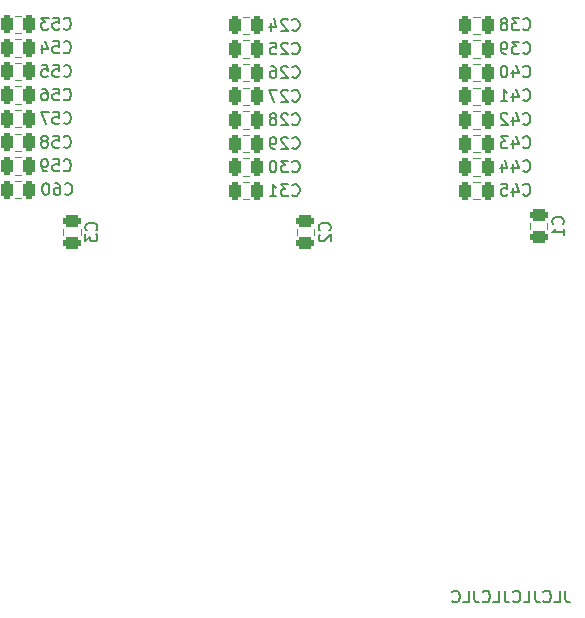
<source format=gbo>
G04 #@! TF.GenerationSoftware,KiCad,Pcbnew,(6.0.7-1)-1*
G04 #@! TF.CreationDate,2023-01-06T15:11:33+01:00*
G04 #@! TF.ProjectId,ESC-power-epc,4553432d-706f-4776-9572-2d6570632e6b,rev?*
G04 #@! TF.SameCoordinates,Original*
G04 #@! TF.FileFunction,Legend,Bot*
G04 #@! TF.FilePolarity,Positive*
%FSLAX46Y46*%
G04 Gerber Fmt 4.6, Leading zero omitted, Abs format (unit mm)*
G04 Created by KiCad (PCBNEW (6.0.7-1)-1) date 2023-01-06 15:11:33*
%MOMM*%
%LPD*%
G01*
G04 APERTURE LIST*
G04 Aperture macros list*
%AMRoundRect*
0 Rectangle with rounded corners*
0 $1 Rounding radius*
0 $2 $3 $4 $5 $6 $7 $8 $9 X,Y pos of 4 corners*
0 Add a 4 corners polygon primitive as box body*
4,1,4,$2,$3,$4,$5,$6,$7,$8,$9,$2,$3,0*
0 Add four circle primitives for the rounded corners*
1,1,$1+$1,$2,$3*
1,1,$1+$1,$4,$5*
1,1,$1+$1,$6,$7*
1,1,$1+$1,$8,$9*
0 Add four rect primitives between the rounded corners*
20,1,$1+$1,$2,$3,$4,$5,0*
20,1,$1+$1,$4,$5,$6,$7,0*
20,1,$1+$1,$6,$7,$8,$9,0*
20,1,$1+$1,$8,$9,$2,$3,0*%
G04 Aperture macros list end*
%ADD10C,0.150000*%
%ADD11C,0.120000*%
%ADD12R,2.400000X2.400000*%
%ADD13C,2.400000*%
%ADD14C,1.500000*%
%ADD15RoundRect,0.249999X-1.300001X-1.300001X1.300001X-1.300001X1.300001X1.300001X-1.300001X1.300001X0*%
%ADD16C,3.200000*%
%ADD17R,1.700000X1.700000*%
%ADD18O,1.700000X1.700000*%
%ADD19RoundRect,0.249999X1.300001X1.300001X-1.300001X1.300001X-1.300001X-1.300001X1.300001X-1.300001X0*%
%ADD20RoundRect,0.250000X0.250000X0.475000X-0.250000X0.475000X-0.250000X-0.475000X0.250000X-0.475000X0*%
%ADD21RoundRect,0.250000X0.475000X-0.250000X0.475000X0.250000X-0.475000X0.250000X-0.475000X-0.250000X0*%
G04 APERTURE END LIST*
D10*
X117019047Y-109852380D02*
X117019047Y-110566666D01*
X117066666Y-110709523D01*
X117161904Y-110804761D01*
X117304761Y-110852380D01*
X117400000Y-110852380D01*
X116066666Y-110852380D02*
X116542857Y-110852380D01*
X116542857Y-109852380D01*
X115161904Y-110757142D02*
X115209523Y-110804761D01*
X115352380Y-110852380D01*
X115447619Y-110852380D01*
X115590476Y-110804761D01*
X115685714Y-110709523D01*
X115733333Y-110614285D01*
X115780952Y-110423809D01*
X115780952Y-110280952D01*
X115733333Y-110090476D01*
X115685714Y-109995238D01*
X115590476Y-109900000D01*
X115447619Y-109852380D01*
X115352380Y-109852380D01*
X115209523Y-109900000D01*
X115161904Y-109947619D01*
X114447619Y-109852380D02*
X114447619Y-110566666D01*
X114495238Y-110709523D01*
X114590476Y-110804761D01*
X114733333Y-110852380D01*
X114828571Y-110852380D01*
X113495238Y-110852380D02*
X113971428Y-110852380D01*
X113971428Y-109852380D01*
X112590476Y-110757142D02*
X112638095Y-110804761D01*
X112780952Y-110852380D01*
X112876190Y-110852380D01*
X113019047Y-110804761D01*
X113114285Y-110709523D01*
X113161904Y-110614285D01*
X113209523Y-110423809D01*
X113209523Y-110280952D01*
X113161904Y-110090476D01*
X113114285Y-109995238D01*
X113019047Y-109900000D01*
X112876190Y-109852380D01*
X112780952Y-109852380D01*
X112638095Y-109900000D01*
X112590476Y-109947619D01*
X111876190Y-109852380D02*
X111876190Y-110566666D01*
X111923809Y-110709523D01*
X112019047Y-110804761D01*
X112161904Y-110852380D01*
X112257142Y-110852380D01*
X110923809Y-110852380D02*
X111400000Y-110852380D01*
X111400000Y-109852380D01*
X110019047Y-110757142D02*
X110066666Y-110804761D01*
X110209523Y-110852380D01*
X110304761Y-110852380D01*
X110447619Y-110804761D01*
X110542857Y-110709523D01*
X110590476Y-110614285D01*
X110638095Y-110423809D01*
X110638095Y-110280952D01*
X110590476Y-110090476D01*
X110542857Y-109995238D01*
X110447619Y-109900000D01*
X110304761Y-109852380D01*
X110209523Y-109852380D01*
X110066666Y-109900000D01*
X110019047Y-109947619D01*
X109304761Y-109852380D02*
X109304761Y-110566666D01*
X109352380Y-110709523D01*
X109447619Y-110804761D01*
X109590476Y-110852380D01*
X109685714Y-110852380D01*
X108352380Y-110852380D02*
X108828571Y-110852380D01*
X108828571Y-109852380D01*
X107447619Y-110757142D02*
X107495238Y-110804761D01*
X107638095Y-110852380D01*
X107733333Y-110852380D01*
X107876190Y-110804761D01*
X107971428Y-110709523D01*
X108019047Y-110614285D01*
X108066666Y-110423809D01*
X108066666Y-110280952D01*
X108019047Y-110090476D01*
X107971428Y-109995238D01*
X107876190Y-109900000D01*
X107733333Y-109852380D01*
X107638095Y-109852380D01*
X107495238Y-109900000D01*
X107447619Y-109947619D01*
X93892857Y-64357142D02*
X93940476Y-64404761D01*
X94083333Y-64452380D01*
X94178571Y-64452380D01*
X94321428Y-64404761D01*
X94416666Y-64309523D01*
X94464285Y-64214285D01*
X94511904Y-64023809D01*
X94511904Y-63880952D01*
X94464285Y-63690476D01*
X94416666Y-63595238D01*
X94321428Y-63500000D01*
X94178571Y-63452380D01*
X94083333Y-63452380D01*
X93940476Y-63500000D01*
X93892857Y-63547619D01*
X93511904Y-63547619D02*
X93464285Y-63500000D01*
X93369047Y-63452380D01*
X93130952Y-63452380D01*
X93035714Y-63500000D01*
X92988095Y-63547619D01*
X92940476Y-63642857D01*
X92940476Y-63738095D01*
X92988095Y-63880952D01*
X93559523Y-64452380D01*
X92940476Y-64452380D01*
X92035714Y-63452380D02*
X92511904Y-63452380D01*
X92559523Y-63928571D01*
X92511904Y-63880952D01*
X92416666Y-63833333D01*
X92178571Y-63833333D01*
X92083333Y-63880952D01*
X92035714Y-63928571D01*
X91988095Y-64023809D01*
X91988095Y-64261904D01*
X92035714Y-64357142D01*
X92083333Y-64404761D01*
X92178571Y-64452380D01*
X92416666Y-64452380D01*
X92511904Y-64404761D01*
X92559523Y-64357142D01*
X113442857Y-76307142D02*
X113490476Y-76354761D01*
X113633333Y-76402380D01*
X113728571Y-76402380D01*
X113871428Y-76354761D01*
X113966666Y-76259523D01*
X114014285Y-76164285D01*
X114061904Y-75973809D01*
X114061904Y-75830952D01*
X114014285Y-75640476D01*
X113966666Y-75545238D01*
X113871428Y-75450000D01*
X113728571Y-75402380D01*
X113633333Y-75402380D01*
X113490476Y-75450000D01*
X113442857Y-75497619D01*
X112585714Y-75735714D02*
X112585714Y-76402380D01*
X112823809Y-75354761D02*
X113061904Y-76069047D01*
X112442857Y-76069047D01*
X111585714Y-75402380D02*
X112061904Y-75402380D01*
X112109523Y-75878571D01*
X112061904Y-75830952D01*
X111966666Y-75783333D01*
X111728571Y-75783333D01*
X111633333Y-75830952D01*
X111585714Y-75878571D01*
X111538095Y-75973809D01*
X111538095Y-76211904D01*
X111585714Y-76307142D01*
X111633333Y-76354761D01*
X111728571Y-76402380D01*
X111966666Y-76402380D01*
X112061904Y-76354761D01*
X112109523Y-76307142D01*
X113442857Y-62307142D02*
X113490476Y-62354761D01*
X113633333Y-62402380D01*
X113728571Y-62402380D01*
X113871428Y-62354761D01*
X113966666Y-62259523D01*
X114014285Y-62164285D01*
X114061904Y-61973809D01*
X114061904Y-61830952D01*
X114014285Y-61640476D01*
X113966666Y-61545238D01*
X113871428Y-61450000D01*
X113728571Y-61402380D01*
X113633333Y-61402380D01*
X113490476Y-61450000D01*
X113442857Y-61497619D01*
X113109523Y-61402380D02*
X112490476Y-61402380D01*
X112823809Y-61783333D01*
X112680952Y-61783333D01*
X112585714Y-61830952D01*
X112538095Y-61878571D01*
X112490476Y-61973809D01*
X112490476Y-62211904D01*
X112538095Y-62307142D01*
X112585714Y-62354761D01*
X112680952Y-62402380D01*
X112966666Y-62402380D01*
X113061904Y-62354761D01*
X113109523Y-62307142D01*
X111919047Y-61830952D02*
X112014285Y-61783333D01*
X112061904Y-61735714D01*
X112109523Y-61640476D01*
X112109523Y-61592857D01*
X112061904Y-61497619D01*
X112014285Y-61450000D01*
X111919047Y-61402380D01*
X111728571Y-61402380D01*
X111633333Y-61450000D01*
X111585714Y-61497619D01*
X111538095Y-61592857D01*
X111538095Y-61640476D01*
X111585714Y-61735714D01*
X111633333Y-61783333D01*
X111728571Y-61830952D01*
X111919047Y-61830952D01*
X112014285Y-61878571D01*
X112061904Y-61926190D01*
X112109523Y-62021428D01*
X112109523Y-62211904D01*
X112061904Y-62307142D01*
X112014285Y-62354761D01*
X111919047Y-62402380D01*
X111728571Y-62402380D01*
X111633333Y-62354761D01*
X111585714Y-62307142D01*
X111538095Y-62211904D01*
X111538095Y-62021428D01*
X111585714Y-61926190D01*
X111633333Y-61878571D01*
X111728571Y-61830952D01*
X113442857Y-74307142D02*
X113490476Y-74354761D01*
X113633333Y-74402380D01*
X113728571Y-74402380D01*
X113871428Y-74354761D01*
X113966666Y-74259523D01*
X114014285Y-74164285D01*
X114061904Y-73973809D01*
X114061904Y-73830952D01*
X114014285Y-73640476D01*
X113966666Y-73545238D01*
X113871428Y-73450000D01*
X113728571Y-73402380D01*
X113633333Y-73402380D01*
X113490476Y-73450000D01*
X113442857Y-73497619D01*
X112585714Y-73735714D02*
X112585714Y-74402380D01*
X112823809Y-73354761D02*
X113061904Y-74069047D01*
X112442857Y-74069047D01*
X111633333Y-73735714D02*
X111633333Y-74402380D01*
X111871428Y-73354761D02*
X112109523Y-74069047D01*
X111490476Y-74069047D01*
X74542857Y-66257142D02*
X74590476Y-66304761D01*
X74733333Y-66352380D01*
X74828571Y-66352380D01*
X74971428Y-66304761D01*
X75066666Y-66209523D01*
X75114285Y-66114285D01*
X75161904Y-65923809D01*
X75161904Y-65780952D01*
X75114285Y-65590476D01*
X75066666Y-65495238D01*
X74971428Y-65400000D01*
X74828571Y-65352380D01*
X74733333Y-65352380D01*
X74590476Y-65400000D01*
X74542857Y-65447619D01*
X73638095Y-65352380D02*
X74114285Y-65352380D01*
X74161904Y-65828571D01*
X74114285Y-65780952D01*
X74019047Y-65733333D01*
X73780952Y-65733333D01*
X73685714Y-65780952D01*
X73638095Y-65828571D01*
X73590476Y-65923809D01*
X73590476Y-66161904D01*
X73638095Y-66257142D01*
X73685714Y-66304761D01*
X73780952Y-66352380D01*
X74019047Y-66352380D01*
X74114285Y-66304761D01*
X74161904Y-66257142D01*
X72685714Y-65352380D02*
X73161904Y-65352380D01*
X73209523Y-65828571D01*
X73161904Y-65780952D01*
X73066666Y-65733333D01*
X72828571Y-65733333D01*
X72733333Y-65780952D01*
X72685714Y-65828571D01*
X72638095Y-65923809D01*
X72638095Y-66161904D01*
X72685714Y-66257142D01*
X72733333Y-66304761D01*
X72828571Y-66352380D01*
X73066666Y-66352380D01*
X73161904Y-66304761D01*
X73209523Y-66257142D01*
X77287142Y-79333333D02*
X77334761Y-79285714D01*
X77382380Y-79142857D01*
X77382380Y-79047619D01*
X77334761Y-78904761D01*
X77239523Y-78809523D01*
X77144285Y-78761904D01*
X76953809Y-78714285D01*
X76810952Y-78714285D01*
X76620476Y-78761904D01*
X76525238Y-78809523D01*
X76430000Y-78904761D01*
X76382380Y-79047619D01*
X76382380Y-79142857D01*
X76430000Y-79285714D01*
X76477619Y-79333333D01*
X76382380Y-79666666D02*
X76382380Y-80285714D01*
X76763333Y-79952380D01*
X76763333Y-80095238D01*
X76810952Y-80190476D01*
X76858571Y-80238095D01*
X76953809Y-80285714D01*
X77191904Y-80285714D01*
X77287142Y-80238095D01*
X77334761Y-80190476D01*
X77382380Y-80095238D01*
X77382380Y-79809523D01*
X77334761Y-79714285D01*
X77287142Y-79666666D01*
X74542857Y-64257142D02*
X74590476Y-64304761D01*
X74733333Y-64352380D01*
X74828571Y-64352380D01*
X74971428Y-64304761D01*
X75066666Y-64209523D01*
X75114285Y-64114285D01*
X75161904Y-63923809D01*
X75161904Y-63780952D01*
X75114285Y-63590476D01*
X75066666Y-63495238D01*
X74971428Y-63400000D01*
X74828571Y-63352380D01*
X74733333Y-63352380D01*
X74590476Y-63400000D01*
X74542857Y-63447619D01*
X73638095Y-63352380D02*
X74114285Y-63352380D01*
X74161904Y-63828571D01*
X74114285Y-63780952D01*
X74019047Y-63733333D01*
X73780952Y-63733333D01*
X73685714Y-63780952D01*
X73638095Y-63828571D01*
X73590476Y-63923809D01*
X73590476Y-64161904D01*
X73638095Y-64257142D01*
X73685714Y-64304761D01*
X73780952Y-64352380D01*
X74019047Y-64352380D01*
X74114285Y-64304761D01*
X74161904Y-64257142D01*
X72733333Y-63685714D02*
X72733333Y-64352380D01*
X72971428Y-63304761D02*
X73209523Y-64019047D01*
X72590476Y-64019047D01*
X74542857Y-68257142D02*
X74590476Y-68304761D01*
X74733333Y-68352380D01*
X74828571Y-68352380D01*
X74971428Y-68304761D01*
X75066666Y-68209523D01*
X75114285Y-68114285D01*
X75161904Y-67923809D01*
X75161904Y-67780952D01*
X75114285Y-67590476D01*
X75066666Y-67495238D01*
X74971428Y-67400000D01*
X74828571Y-67352380D01*
X74733333Y-67352380D01*
X74590476Y-67400000D01*
X74542857Y-67447619D01*
X73638095Y-67352380D02*
X74114285Y-67352380D01*
X74161904Y-67828571D01*
X74114285Y-67780952D01*
X74019047Y-67733333D01*
X73780952Y-67733333D01*
X73685714Y-67780952D01*
X73638095Y-67828571D01*
X73590476Y-67923809D01*
X73590476Y-68161904D01*
X73638095Y-68257142D01*
X73685714Y-68304761D01*
X73780952Y-68352380D01*
X74019047Y-68352380D01*
X74114285Y-68304761D01*
X74161904Y-68257142D01*
X72733333Y-67352380D02*
X72923809Y-67352380D01*
X73019047Y-67400000D01*
X73066666Y-67447619D01*
X73161904Y-67590476D01*
X73209523Y-67780952D01*
X73209523Y-68161904D01*
X73161904Y-68257142D01*
X73114285Y-68304761D01*
X73019047Y-68352380D01*
X72828571Y-68352380D01*
X72733333Y-68304761D01*
X72685714Y-68257142D01*
X72638095Y-68161904D01*
X72638095Y-67923809D01*
X72685714Y-67828571D01*
X72733333Y-67780952D01*
X72828571Y-67733333D01*
X73019047Y-67733333D01*
X73114285Y-67780952D01*
X73161904Y-67828571D01*
X73209523Y-67923809D01*
X93892857Y-76357142D02*
X93940476Y-76404761D01*
X94083333Y-76452380D01*
X94178571Y-76452380D01*
X94321428Y-76404761D01*
X94416666Y-76309523D01*
X94464285Y-76214285D01*
X94511904Y-76023809D01*
X94511904Y-75880952D01*
X94464285Y-75690476D01*
X94416666Y-75595238D01*
X94321428Y-75500000D01*
X94178571Y-75452380D01*
X94083333Y-75452380D01*
X93940476Y-75500000D01*
X93892857Y-75547619D01*
X93559523Y-75452380D02*
X92940476Y-75452380D01*
X93273809Y-75833333D01*
X93130952Y-75833333D01*
X93035714Y-75880952D01*
X92988095Y-75928571D01*
X92940476Y-76023809D01*
X92940476Y-76261904D01*
X92988095Y-76357142D01*
X93035714Y-76404761D01*
X93130952Y-76452380D01*
X93416666Y-76452380D01*
X93511904Y-76404761D01*
X93559523Y-76357142D01*
X91988095Y-76452380D02*
X92559523Y-76452380D01*
X92273809Y-76452380D02*
X92273809Y-75452380D01*
X92369047Y-75595238D01*
X92464285Y-75690476D01*
X92559523Y-75738095D01*
X74542857Y-72257142D02*
X74590476Y-72304761D01*
X74733333Y-72352380D01*
X74828571Y-72352380D01*
X74971428Y-72304761D01*
X75066666Y-72209523D01*
X75114285Y-72114285D01*
X75161904Y-71923809D01*
X75161904Y-71780952D01*
X75114285Y-71590476D01*
X75066666Y-71495238D01*
X74971428Y-71400000D01*
X74828571Y-71352380D01*
X74733333Y-71352380D01*
X74590476Y-71400000D01*
X74542857Y-71447619D01*
X73638095Y-71352380D02*
X74114285Y-71352380D01*
X74161904Y-71828571D01*
X74114285Y-71780952D01*
X74019047Y-71733333D01*
X73780952Y-71733333D01*
X73685714Y-71780952D01*
X73638095Y-71828571D01*
X73590476Y-71923809D01*
X73590476Y-72161904D01*
X73638095Y-72257142D01*
X73685714Y-72304761D01*
X73780952Y-72352380D01*
X74019047Y-72352380D01*
X74114285Y-72304761D01*
X74161904Y-72257142D01*
X73019047Y-71780952D02*
X73114285Y-71733333D01*
X73161904Y-71685714D01*
X73209523Y-71590476D01*
X73209523Y-71542857D01*
X73161904Y-71447619D01*
X73114285Y-71400000D01*
X73019047Y-71352380D01*
X72828571Y-71352380D01*
X72733333Y-71400000D01*
X72685714Y-71447619D01*
X72638095Y-71542857D01*
X72638095Y-71590476D01*
X72685714Y-71685714D01*
X72733333Y-71733333D01*
X72828571Y-71780952D01*
X73019047Y-71780952D01*
X73114285Y-71828571D01*
X73161904Y-71876190D01*
X73209523Y-71971428D01*
X73209523Y-72161904D01*
X73161904Y-72257142D01*
X73114285Y-72304761D01*
X73019047Y-72352380D01*
X72828571Y-72352380D01*
X72733333Y-72304761D01*
X72685714Y-72257142D01*
X72638095Y-72161904D01*
X72638095Y-71971428D01*
X72685714Y-71876190D01*
X72733333Y-71828571D01*
X72828571Y-71780952D01*
X74542857Y-74257142D02*
X74590476Y-74304761D01*
X74733333Y-74352380D01*
X74828571Y-74352380D01*
X74971428Y-74304761D01*
X75066666Y-74209523D01*
X75114285Y-74114285D01*
X75161904Y-73923809D01*
X75161904Y-73780952D01*
X75114285Y-73590476D01*
X75066666Y-73495238D01*
X74971428Y-73400000D01*
X74828571Y-73352380D01*
X74733333Y-73352380D01*
X74590476Y-73400000D01*
X74542857Y-73447619D01*
X73638095Y-73352380D02*
X74114285Y-73352380D01*
X74161904Y-73828571D01*
X74114285Y-73780952D01*
X74019047Y-73733333D01*
X73780952Y-73733333D01*
X73685714Y-73780952D01*
X73638095Y-73828571D01*
X73590476Y-73923809D01*
X73590476Y-74161904D01*
X73638095Y-74257142D01*
X73685714Y-74304761D01*
X73780952Y-74352380D01*
X74019047Y-74352380D01*
X74114285Y-74304761D01*
X74161904Y-74257142D01*
X73114285Y-74352380D02*
X72923809Y-74352380D01*
X72828571Y-74304761D01*
X72780952Y-74257142D01*
X72685714Y-74114285D01*
X72638095Y-73923809D01*
X72638095Y-73542857D01*
X72685714Y-73447619D01*
X72733333Y-73400000D01*
X72828571Y-73352380D01*
X73019047Y-73352380D01*
X73114285Y-73400000D01*
X73161904Y-73447619D01*
X73209523Y-73542857D01*
X73209523Y-73780952D01*
X73161904Y-73876190D01*
X73114285Y-73923809D01*
X73019047Y-73971428D01*
X72828571Y-73971428D01*
X72733333Y-73923809D01*
X72685714Y-73876190D01*
X72638095Y-73780952D01*
X93892857Y-74357142D02*
X93940476Y-74404761D01*
X94083333Y-74452380D01*
X94178571Y-74452380D01*
X94321428Y-74404761D01*
X94416666Y-74309523D01*
X94464285Y-74214285D01*
X94511904Y-74023809D01*
X94511904Y-73880952D01*
X94464285Y-73690476D01*
X94416666Y-73595238D01*
X94321428Y-73500000D01*
X94178571Y-73452380D01*
X94083333Y-73452380D01*
X93940476Y-73500000D01*
X93892857Y-73547619D01*
X93559523Y-73452380D02*
X92940476Y-73452380D01*
X93273809Y-73833333D01*
X93130952Y-73833333D01*
X93035714Y-73880952D01*
X92988095Y-73928571D01*
X92940476Y-74023809D01*
X92940476Y-74261904D01*
X92988095Y-74357142D01*
X93035714Y-74404761D01*
X93130952Y-74452380D01*
X93416666Y-74452380D01*
X93511904Y-74404761D01*
X93559523Y-74357142D01*
X92321428Y-73452380D02*
X92226190Y-73452380D01*
X92130952Y-73500000D01*
X92083333Y-73547619D01*
X92035714Y-73642857D01*
X91988095Y-73833333D01*
X91988095Y-74071428D01*
X92035714Y-74261904D01*
X92083333Y-74357142D01*
X92130952Y-74404761D01*
X92226190Y-74452380D01*
X92321428Y-74452380D01*
X92416666Y-74404761D01*
X92464285Y-74357142D01*
X92511904Y-74261904D01*
X92559523Y-74071428D01*
X92559523Y-73833333D01*
X92511904Y-73642857D01*
X92464285Y-73547619D01*
X92416666Y-73500000D01*
X92321428Y-73452380D01*
X113442857Y-70307142D02*
X113490476Y-70354761D01*
X113633333Y-70402380D01*
X113728571Y-70402380D01*
X113871428Y-70354761D01*
X113966666Y-70259523D01*
X114014285Y-70164285D01*
X114061904Y-69973809D01*
X114061904Y-69830952D01*
X114014285Y-69640476D01*
X113966666Y-69545238D01*
X113871428Y-69450000D01*
X113728571Y-69402380D01*
X113633333Y-69402380D01*
X113490476Y-69450000D01*
X113442857Y-69497619D01*
X112585714Y-69735714D02*
X112585714Y-70402380D01*
X112823809Y-69354761D02*
X113061904Y-70069047D01*
X112442857Y-70069047D01*
X112109523Y-69497619D02*
X112061904Y-69450000D01*
X111966666Y-69402380D01*
X111728571Y-69402380D01*
X111633333Y-69450000D01*
X111585714Y-69497619D01*
X111538095Y-69592857D01*
X111538095Y-69688095D01*
X111585714Y-69830952D01*
X112157142Y-70402380D01*
X111538095Y-70402380D01*
X74542857Y-70257142D02*
X74590476Y-70304761D01*
X74733333Y-70352380D01*
X74828571Y-70352380D01*
X74971428Y-70304761D01*
X75066666Y-70209523D01*
X75114285Y-70114285D01*
X75161904Y-69923809D01*
X75161904Y-69780952D01*
X75114285Y-69590476D01*
X75066666Y-69495238D01*
X74971428Y-69400000D01*
X74828571Y-69352380D01*
X74733333Y-69352380D01*
X74590476Y-69400000D01*
X74542857Y-69447619D01*
X73638095Y-69352380D02*
X74114285Y-69352380D01*
X74161904Y-69828571D01*
X74114285Y-69780952D01*
X74019047Y-69733333D01*
X73780952Y-69733333D01*
X73685714Y-69780952D01*
X73638095Y-69828571D01*
X73590476Y-69923809D01*
X73590476Y-70161904D01*
X73638095Y-70257142D01*
X73685714Y-70304761D01*
X73780952Y-70352380D01*
X74019047Y-70352380D01*
X74114285Y-70304761D01*
X74161904Y-70257142D01*
X73257142Y-69352380D02*
X72590476Y-69352380D01*
X73019047Y-70352380D01*
X97037142Y-79333333D02*
X97084761Y-79285714D01*
X97132380Y-79142857D01*
X97132380Y-79047619D01*
X97084761Y-78904761D01*
X96989523Y-78809523D01*
X96894285Y-78761904D01*
X96703809Y-78714285D01*
X96560952Y-78714285D01*
X96370476Y-78761904D01*
X96275238Y-78809523D01*
X96180000Y-78904761D01*
X96132380Y-79047619D01*
X96132380Y-79142857D01*
X96180000Y-79285714D01*
X96227619Y-79333333D01*
X96227619Y-79714285D02*
X96180000Y-79761904D01*
X96132380Y-79857142D01*
X96132380Y-80095238D01*
X96180000Y-80190476D01*
X96227619Y-80238095D01*
X96322857Y-80285714D01*
X96418095Y-80285714D01*
X96560952Y-80238095D01*
X97132380Y-79666666D01*
X97132380Y-80285714D01*
X113442857Y-66307142D02*
X113490476Y-66354761D01*
X113633333Y-66402380D01*
X113728571Y-66402380D01*
X113871428Y-66354761D01*
X113966666Y-66259523D01*
X114014285Y-66164285D01*
X114061904Y-65973809D01*
X114061904Y-65830952D01*
X114014285Y-65640476D01*
X113966666Y-65545238D01*
X113871428Y-65450000D01*
X113728571Y-65402380D01*
X113633333Y-65402380D01*
X113490476Y-65450000D01*
X113442857Y-65497619D01*
X112585714Y-65735714D02*
X112585714Y-66402380D01*
X112823809Y-65354761D02*
X113061904Y-66069047D01*
X112442857Y-66069047D01*
X111871428Y-65402380D02*
X111776190Y-65402380D01*
X111680952Y-65450000D01*
X111633333Y-65497619D01*
X111585714Y-65592857D01*
X111538095Y-65783333D01*
X111538095Y-66021428D01*
X111585714Y-66211904D01*
X111633333Y-66307142D01*
X111680952Y-66354761D01*
X111776190Y-66402380D01*
X111871428Y-66402380D01*
X111966666Y-66354761D01*
X112014285Y-66307142D01*
X112061904Y-66211904D01*
X112109523Y-66021428D01*
X112109523Y-65783333D01*
X112061904Y-65592857D01*
X112014285Y-65497619D01*
X111966666Y-65450000D01*
X111871428Y-65402380D01*
X93892857Y-72357142D02*
X93940476Y-72404761D01*
X94083333Y-72452380D01*
X94178571Y-72452380D01*
X94321428Y-72404761D01*
X94416666Y-72309523D01*
X94464285Y-72214285D01*
X94511904Y-72023809D01*
X94511904Y-71880952D01*
X94464285Y-71690476D01*
X94416666Y-71595238D01*
X94321428Y-71500000D01*
X94178571Y-71452380D01*
X94083333Y-71452380D01*
X93940476Y-71500000D01*
X93892857Y-71547619D01*
X93511904Y-71547619D02*
X93464285Y-71500000D01*
X93369047Y-71452380D01*
X93130952Y-71452380D01*
X93035714Y-71500000D01*
X92988095Y-71547619D01*
X92940476Y-71642857D01*
X92940476Y-71738095D01*
X92988095Y-71880952D01*
X93559523Y-72452380D01*
X92940476Y-72452380D01*
X92464285Y-72452380D02*
X92273809Y-72452380D01*
X92178571Y-72404761D01*
X92130952Y-72357142D01*
X92035714Y-72214285D01*
X91988095Y-72023809D01*
X91988095Y-71642857D01*
X92035714Y-71547619D01*
X92083333Y-71500000D01*
X92178571Y-71452380D01*
X92369047Y-71452380D01*
X92464285Y-71500000D01*
X92511904Y-71547619D01*
X92559523Y-71642857D01*
X92559523Y-71880952D01*
X92511904Y-71976190D01*
X92464285Y-72023809D01*
X92369047Y-72071428D01*
X92178571Y-72071428D01*
X92083333Y-72023809D01*
X92035714Y-71976190D01*
X91988095Y-71880952D01*
X113442857Y-72307142D02*
X113490476Y-72354761D01*
X113633333Y-72402380D01*
X113728571Y-72402380D01*
X113871428Y-72354761D01*
X113966666Y-72259523D01*
X114014285Y-72164285D01*
X114061904Y-71973809D01*
X114061904Y-71830952D01*
X114014285Y-71640476D01*
X113966666Y-71545238D01*
X113871428Y-71450000D01*
X113728571Y-71402380D01*
X113633333Y-71402380D01*
X113490476Y-71450000D01*
X113442857Y-71497619D01*
X112585714Y-71735714D02*
X112585714Y-72402380D01*
X112823809Y-71354761D02*
X113061904Y-72069047D01*
X112442857Y-72069047D01*
X112157142Y-71402380D02*
X111538095Y-71402380D01*
X111871428Y-71783333D01*
X111728571Y-71783333D01*
X111633333Y-71830952D01*
X111585714Y-71878571D01*
X111538095Y-71973809D01*
X111538095Y-72211904D01*
X111585714Y-72307142D01*
X111633333Y-72354761D01*
X111728571Y-72402380D01*
X112014285Y-72402380D01*
X112109523Y-72354761D01*
X112157142Y-72307142D01*
X116787142Y-78833333D02*
X116834761Y-78785714D01*
X116882380Y-78642857D01*
X116882380Y-78547619D01*
X116834761Y-78404761D01*
X116739523Y-78309523D01*
X116644285Y-78261904D01*
X116453809Y-78214285D01*
X116310952Y-78214285D01*
X116120476Y-78261904D01*
X116025238Y-78309523D01*
X115930000Y-78404761D01*
X115882380Y-78547619D01*
X115882380Y-78642857D01*
X115930000Y-78785714D01*
X115977619Y-78833333D01*
X116882380Y-79785714D02*
X116882380Y-79214285D01*
X116882380Y-79500000D02*
X115882380Y-79500000D01*
X116025238Y-79404761D01*
X116120476Y-79309523D01*
X116168095Y-79214285D01*
X93892857Y-62357142D02*
X93940476Y-62404761D01*
X94083333Y-62452380D01*
X94178571Y-62452380D01*
X94321428Y-62404761D01*
X94416666Y-62309523D01*
X94464285Y-62214285D01*
X94511904Y-62023809D01*
X94511904Y-61880952D01*
X94464285Y-61690476D01*
X94416666Y-61595238D01*
X94321428Y-61500000D01*
X94178571Y-61452380D01*
X94083333Y-61452380D01*
X93940476Y-61500000D01*
X93892857Y-61547619D01*
X93511904Y-61547619D02*
X93464285Y-61500000D01*
X93369047Y-61452380D01*
X93130952Y-61452380D01*
X93035714Y-61500000D01*
X92988095Y-61547619D01*
X92940476Y-61642857D01*
X92940476Y-61738095D01*
X92988095Y-61880952D01*
X93559523Y-62452380D01*
X92940476Y-62452380D01*
X92083333Y-61785714D02*
X92083333Y-62452380D01*
X92321428Y-61404761D02*
X92559523Y-62119047D01*
X91940476Y-62119047D01*
X74642857Y-76257142D02*
X74690476Y-76304761D01*
X74833333Y-76352380D01*
X74928571Y-76352380D01*
X75071428Y-76304761D01*
X75166666Y-76209523D01*
X75214285Y-76114285D01*
X75261904Y-75923809D01*
X75261904Y-75780952D01*
X75214285Y-75590476D01*
X75166666Y-75495238D01*
X75071428Y-75400000D01*
X74928571Y-75352380D01*
X74833333Y-75352380D01*
X74690476Y-75400000D01*
X74642857Y-75447619D01*
X73785714Y-75352380D02*
X73976190Y-75352380D01*
X74071428Y-75400000D01*
X74119047Y-75447619D01*
X74214285Y-75590476D01*
X74261904Y-75780952D01*
X74261904Y-76161904D01*
X74214285Y-76257142D01*
X74166666Y-76304761D01*
X74071428Y-76352380D01*
X73880952Y-76352380D01*
X73785714Y-76304761D01*
X73738095Y-76257142D01*
X73690476Y-76161904D01*
X73690476Y-75923809D01*
X73738095Y-75828571D01*
X73785714Y-75780952D01*
X73880952Y-75733333D01*
X74071428Y-75733333D01*
X74166666Y-75780952D01*
X74214285Y-75828571D01*
X74261904Y-75923809D01*
X73071428Y-75352380D02*
X72976190Y-75352380D01*
X72880952Y-75400000D01*
X72833333Y-75447619D01*
X72785714Y-75542857D01*
X72738095Y-75733333D01*
X72738095Y-75971428D01*
X72785714Y-76161904D01*
X72833333Y-76257142D01*
X72880952Y-76304761D01*
X72976190Y-76352380D01*
X73071428Y-76352380D01*
X73166666Y-76304761D01*
X73214285Y-76257142D01*
X73261904Y-76161904D01*
X73309523Y-75971428D01*
X73309523Y-75733333D01*
X73261904Y-75542857D01*
X73214285Y-75447619D01*
X73166666Y-75400000D01*
X73071428Y-75352380D01*
X93892857Y-66357142D02*
X93940476Y-66404761D01*
X94083333Y-66452380D01*
X94178571Y-66452380D01*
X94321428Y-66404761D01*
X94416666Y-66309523D01*
X94464285Y-66214285D01*
X94511904Y-66023809D01*
X94511904Y-65880952D01*
X94464285Y-65690476D01*
X94416666Y-65595238D01*
X94321428Y-65500000D01*
X94178571Y-65452380D01*
X94083333Y-65452380D01*
X93940476Y-65500000D01*
X93892857Y-65547619D01*
X93511904Y-65547619D02*
X93464285Y-65500000D01*
X93369047Y-65452380D01*
X93130952Y-65452380D01*
X93035714Y-65500000D01*
X92988095Y-65547619D01*
X92940476Y-65642857D01*
X92940476Y-65738095D01*
X92988095Y-65880952D01*
X93559523Y-66452380D01*
X92940476Y-66452380D01*
X92083333Y-65452380D02*
X92273809Y-65452380D01*
X92369047Y-65500000D01*
X92416666Y-65547619D01*
X92511904Y-65690476D01*
X92559523Y-65880952D01*
X92559523Y-66261904D01*
X92511904Y-66357142D01*
X92464285Y-66404761D01*
X92369047Y-66452380D01*
X92178571Y-66452380D01*
X92083333Y-66404761D01*
X92035714Y-66357142D01*
X91988095Y-66261904D01*
X91988095Y-66023809D01*
X92035714Y-65928571D01*
X92083333Y-65880952D01*
X92178571Y-65833333D01*
X92369047Y-65833333D01*
X92464285Y-65880952D01*
X92511904Y-65928571D01*
X92559523Y-66023809D01*
X113442857Y-68307142D02*
X113490476Y-68354761D01*
X113633333Y-68402380D01*
X113728571Y-68402380D01*
X113871428Y-68354761D01*
X113966666Y-68259523D01*
X114014285Y-68164285D01*
X114061904Y-67973809D01*
X114061904Y-67830952D01*
X114014285Y-67640476D01*
X113966666Y-67545238D01*
X113871428Y-67450000D01*
X113728571Y-67402380D01*
X113633333Y-67402380D01*
X113490476Y-67450000D01*
X113442857Y-67497619D01*
X112585714Y-67735714D02*
X112585714Y-68402380D01*
X112823809Y-67354761D02*
X113061904Y-68069047D01*
X112442857Y-68069047D01*
X111538095Y-68402380D02*
X112109523Y-68402380D01*
X111823809Y-68402380D02*
X111823809Y-67402380D01*
X111919047Y-67545238D01*
X112014285Y-67640476D01*
X112109523Y-67688095D01*
X74542857Y-62257142D02*
X74590476Y-62304761D01*
X74733333Y-62352380D01*
X74828571Y-62352380D01*
X74971428Y-62304761D01*
X75066666Y-62209523D01*
X75114285Y-62114285D01*
X75161904Y-61923809D01*
X75161904Y-61780952D01*
X75114285Y-61590476D01*
X75066666Y-61495238D01*
X74971428Y-61400000D01*
X74828571Y-61352380D01*
X74733333Y-61352380D01*
X74590476Y-61400000D01*
X74542857Y-61447619D01*
X73638095Y-61352380D02*
X74114285Y-61352380D01*
X74161904Y-61828571D01*
X74114285Y-61780952D01*
X74019047Y-61733333D01*
X73780952Y-61733333D01*
X73685714Y-61780952D01*
X73638095Y-61828571D01*
X73590476Y-61923809D01*
X73590476Y-62161904D01*
X73638095Y-62257142D01*
X73685714Y-62304761D01*
X73780952Y-62352380D01*
X74019047Y-62352380D01*
X74114285Y-62304761D01*
X74161904Y-62257142D01*
X73257142Y-61352380D02*
X72638095Y-61352380D01*
X72971428Y-61733333D01*
X72828571Y-61733333D01*
X72733333Y-61780952D01*
X72685714Y-61828571D01*
X72638095Y-61923809D01*
X72638095Y-62161904D01*
X72685714Y-62257142D01*
X72733333Y-62304761D01*
X72828571Y-62352380D01*
X73114285Y-62352380D01*
X73209523Y-62304761D01*
X73257142Y-62257142D01*
X93892857Y-70357142D02*
X93940476Y-70404761D01*
X94083333Y-70452380D01*
X94178571Y-70452380D01*
X94321428Y-70404761D01*
X94416666Y-70309523D01*
X94464285Y-70214285D01*
X94511904Y-70023809D01*
X94511904Y-69880952D01*
X94464285Y-69690476D01*
X94416666Y-69595238D01*
X94321428Y-69500000D01*
X94178571Y-69452380D01*
X94083333Y-69452380D01*
X93940476Y-69500000D01*
X93892857Y-69547619D01*
X93511904Y-69547619D02*
X93464285Y-69500000D01*
X93369047Y-69452380D01*
X93130952Y-69452380D01*
X93035714Y-69500000D01*
X92988095Y-69547619D01*
X92940476Y-69642857D01*
X92940476Y-69738095D01*
X92988095Y-69880952D01*
X93559523Y-70452380D01*
X92940476Y-70452380D01*
X92369047Y-69880952D02*
X92464285Y-69833333D01*
X92511904Y-69785714D01*
X92559523Y-69690476D01*
X92559523Y-69642857D01*
X92511904Y-69547619D01*
X92464285Y-69500000D01*
X92369047Y-69452380D01*
X92178571Y-69452380D01*
X92083333Y-69500000D01*
X92035714Y-69547619D01*
X91988095Y-69642857D01*
X91988095Y-69690476D01*
X92035714Y-69785714D01*
X92083333Y-69833333D01*
X92178571Y-69880952D01*
X92369047Y-69880952D01*
X92464285Y-69928571D01*
X92511904Y-69976190D01*
X92559523Y-70071428D01*
X92559523Y-70261904D01*
X92511904Y-70357142D01*
X92464285Y-70404761D01*
X92369047Y-70452380D01*
X92178571Y-70452380D01*
X92083333Y-70404761D01*
X92035714Y-70357142D01*
X91988095Y-70261904D01*
X91988095Y-70071428D01*
X92035714Y-69976190D01*
X92083333Y-69928571D01*
X92178571Y-69880952D01*
X113442857Y-64307142D02*
X113490476Y-64354761D01*
X113633333Y-64402380D01*
X113728571Y-64402380D01*
X113871428Y-64354761D01*
X113966666Y-64259523D01*
X114014285Y-64164285D01*
X114061904Y-63973809D01*
X114061904Y-63830952D01*
X114014285Y-63640476D01*
X113966666Y-63545238D01*
X113871428Y-63450000D01*
X113728571Y-63402380D01*
X113633333Y-63402380D01*
X113490476Y-63450000D01*
X113442857Y-63497619D01*
X113109523Y-63402380D02*
X112490476Y-63402380D01*
X112823809Y-63783333D01*
X112680952Y-63783333D01*
X112585714Y-63830952D01*
X112538095Y-63878571D01*
X112490476Y-63973809D01*
X112490476Y-64211904D01*
X112538095Y-64307142D01*
X112585714Y-64354761D01*
X112680952Y-64402380D01*
X112966666Y-64402380D01*
X113061904Y-64354761D01*
X113109523Y-64307142D01*
X112014285Y-64402380D02*
X111823809Y-64402380D01*
X111728571Y-64354761D01*
X111680952Y-64307142D01*
X111585714Y-64164285D01*
X111538095Y-63973809D01*
X111538095Y-63592857D01*
X111585714Y-63497619D01*
X111633333Y-63450000D01*
X111728571Y-63402380D01*
X111919047Y-63402380D01*
X112014285Y-63450000D01*
X112061904Y-63497619D01*
X112109523Y-63592857D01*
X112109523Y-63830952D01*
X112061904Y-63926190D01*
X112014285Y-63973809D01*
X111919047Y-64021428D01*
X111728571Y-64021428D01*
X111633333Y-63973809D01*
X111585714Y-63926190D01*
X111538095Y-63830952D01*
X93892857Y-68357142D02*
X93940476Y-68404761D01*
X94083333Y-68452380D01*
X94178571Y-68452380D01*
X94321428Y-68404761D01*
X94416666Y-68309523D01*
X94464285Y-68214285D01*
X94511904Y-68023809D01*
X94511904Y-67880952D01*
X94464285Y-67690476D01*
X94416666Y-67595238D01*
X94321428Y-67500000D01*
X94178571Y-67452380D01*
X94083333Y-67452380D01*
X93940476Y-67500000D01*
X93892857Y-67547619D01*
X93511904Y-67547619D02*
X93464285Y-67500000D01*
X93369047Y-67452380D01*
X93130952Y-67452380D01*
X93035714Y-67500000D01*
X92988095Y-67547619D01*
X92940476Y-67642857D01*
X92940476Y-67738095D01*
X92988095Y-67880952D01*
X93559523Y-68452380D01*
X92940476Y-68452380D01*
X92607142Y-67452380D02*
X91940476Y-67452380D01*
X92369047Y-68452380D01*
D11*
X90261252Y-63265000D02*
X89738748Y-63265000D01*
X90261252Y-64735000D02*
X89738748Y-64735000D01*
X109761252Y-75265000D02*
X109238748Y-75265000D01*
X109761252Y-76735000D02*
X109238748Y-76735000D01*
X109761252Y-61265000D02*
X109238748Y-61265000D01*
X109761252Y-62735000D02*
X109238748Y-62735000D01*
X109761252Y-73265000D02*
X109238748Y-73265000D01*
X109761252Y-74735000D02*
X109238748Y-74735000D01*
X70911252Y-65165000D02*
X70388748Y-65165000D01*
X70911252Y-66635000D02*
X70388748Y-66635000D01*
X74515000Y-79761252D02*
X74515000Y-79238748D01*
X75985000Y-79761252D02*
X75985000Y-79238748D01*
X70911252Y-64635000D02*
X70388748Y-64635000D01*
X70911252Y-63165000D02*
X70388748Y-63165000D01*
X70911252Y-67165000D02*
X70388748Y-67165000D01*
X70911252Y-68635000D02*
X70388748Y-68635000D01*
X90261252Y-76735000D02*
X89738748Y-76735000D01*
X90261252Y-75265000D02*
X89738748Y-75265000D01*
X70911252Y-72635000D02*
X70388748Y-72635000D01*
X70911252Y-71165000D02*
X70388748Y-71165000D01*
X70911252Y-73165000D02*
X70388748Y-73165000D01*
X70911252Y-74635000D02*
X70388748Y-74635000D01*
X90261252Y-73265000D02*
X89738748Y-73265000D01*
X90261252Y-74735000D02*
X89738748Y-74735000D01*
X109761252Y-69265000D02*
X109238748Y-69265000D01*
X109761252Y-70735000D02*
X109238748Y-70735000D01*
X70911252Y-70635000D02*
X70388748Y-70635000D01*
X70911252Y-69165000D02*
X70388748Y-69165000D01*
X94265000Y-79761252D02*
X94265000Y-79238748D01*
X95735000Y-79761252D02*
X95735000Y-79238748D01*
X109761252Y-66735000D02*
X109238748Y-66735000D01*
X109761252Y-65265000D02*
X109238748Y-65265000D01*
X90261252Y-71265000D02*
X89738748Y-71265000D01*
X90261252Y-72735000D02*
X89738748Y-72735000D01*
X109761252Y-71265000D02*
X109238748Y-71265000D01*
X109761252Y-72735000D02*
X109238748Y-72735000D01*
X114015000Y-79261252D02*
X114015000Y-78738748D01*
X115485000Y-79261252D02*
X115485000Y-78738748D01*
X90261252Y-61265000D02*
X89738748Y-61265000D01*
X90261252Y-62735000D02*
X89738748Y-62735000D01*
X70911252Y-76635000D02*
X70388748Y-76635000D01*
X70911252Y-75165000D02*
X70388748Y-75165000D01*
X90261252Y-66735000D02*
X89738748Y-66735000D01*
X90261252Y-65265000D02*
X89738748Y-65265000D01*
X109761252Y-68735000D02*
X109238748Y-68735000D01*
X109761252Y-67265000D02*
X109238748Y-67265000D01*
X70911252Y-61165000D02*
X70388748Y-61165000D01*
X70911252Y-62635000D02*
X70388748Y-62635000D01*
X90261252Y-70735000D02*
X89738748Y-70735000D01*
X90261252Y-69265000D02*
X89738748Y-69265000D01*
X109761252Y-64735000D02*
X109238748Y-64735000D01*
X109761252Y-63265000D02*
X109238748Y-63265000D01*
X90261252Y-68735000D02*
X89738748Y-68735000D01*
X90261252Y-67265000D02*
X89738748Y-67265000D01*
%LPC*%
D12*
X112300000Y-49373959D03*
D13*
X112300000Y-44373959D03*
D14*
X83300000Y-80300000D03*
X85300000Y-56800000D03*
D15*
X97250000Y-56000000D03*
D16*
X69250000Y-43500000D03*
D15*
X116750000Y-56000000D03*
D16*
X122250000Y-100000000D03*
X69250000Y-99000000D03*
D17*
X110425000Y-92800000D03*
D18*
X112965000Y-92800000D03*
D16*
X69250000Y-136500000D03*
D17*
X98450000Y-131275000D03*
D18*
X98450000Y-128735000D03*
X100990000Y-131275000D03*
X100990000Y-128735000D03*
X103530000Y-131275000D03*
X103530000Y-128735000D03*
X106070000Y-131275000D03*
X106070000Y-128735000D03*
D15*
X78000000Y-56000000D03*
X121050000Y-44500000D03*
D16*
X122250000Y-136500000D03*
X102800000Y-43550000D03*
D19*
X121050000Y-51250000D03*
D17*
X75475000Y-128725000D03*
D18*
X78015000Y-128725000D03*
X75475000Y-131265000D03*
X78015000Y-131265000D03*
D17*
X88450000Y-95275000D03*
D18*
X88450000Y-92735000D03*
X90990000Y-95275000D03*
X90990000Y-92735000D03*
X93530000Y-95275000D03*
X93530000Y-92735000D03*
X96070000Y-95275000D03*
X96070000Y-92735000D03*
D20*
X90950000Y-64000000D03*
X89050000Y-64000000D03*
X110450000Y-76000000D03*
X108550000Y-76000000D03*
X110450000Y-62000000D03*
X108550000Y-62000000D03*
X110450000Y-74000000D03*
X108550000Y-74000000D03*
X71600000Y-65900000D03*
X69700000Y-65900000D03*
D21*
X75250000Y-80450000D03*
X75250000Y-78550000D03*
D20*
X71600000Y-63900000D03*
X69700000Y-63900000D03*
X71600000Y-67900000D03*
X69700000Y-67900000D03*
X90950000Y-76000000D03*
X89050000Y-76000000D03*
X71600000Y-71900000D03*
X69700000Y-71900000D03*
X71600000Y-73900000D03*
X69700000Y-73900000D03*
X90950000Y-74000000D03*
X89050000Y-74000000D03*
X110450000Y-70000000D03*
X108550000Y-70000000D03*
X71600000Y-69900000D03*
X69700000Y-69900000D03*
D21*
X95000000Y-80450000D03*
X95000000Y-78550000D03*
D20*
X110450000Y-66000000D03*
X108550000Y-66000000D03*
X90950000Y-72000000D03*
X89050000Y-72000000D03*
X110450000Y-72000000D03*
X108550000Y-72000000D03*
D21*
X114750000Y-79950000D03*
X114750000Y-78050000D03*
D20*
X90950000Y-62000000D03*
X89050000Y-62000000D03*
X71600000Y-75900000D03*
X69700000Y-75900000D03*
X90950000Y-66000000D03*
X89050000Y-66000000D03*
X110450000Y-68000000D03*
X108550000Y-68000000D03*
X71600000Y-61900000D03*
X69700000Y-61900000D03*
X90950000Y-70000000D03*
X89050000Y-70000000D03*
X110450000Y-64000000D03*
X108550000Y-64000000D03*
X90950000Y-68000000D03*
X89050000Y-68000000D03*
G36*
X125374989Y-43749018D02*
G01*
X125442951Y-43769554D01*
X125489021Y-43823573D01*
X125500000Y-43875014D01*
X125500000Y-75374000D01*
X125479998Y-75442121D01*
X125426342Y-75488614D01*
X125374000Y-75500000D01*
X123626000Y-75500000D01*
X123557879Y-75479998D01*
X123511386Y-75426342D01*
X123500000Y-75374000D01*
X123500000Y-47018115D01*
X123495525Y-47002876D01*
X123494135Y-47001671D01*
X123486452Y-47000000D01*
X108018115Y-47000000D01*
X108004734Y-47003929D01*
X107992754Y-47018569D01*
X106404273Y-51089051D01*
X106400000Y-51111754D01*
X106400000Y-75574000D01*
X106379998Y-75642121D01*
X106326342Y-75688614D01*
X106274000Y-75700000D01*
X104326000Y-75700000D01*
X104257879Y-75679998D01*
X104211386Y-75626342D01*
X104200000Y-75574000D01*
X104200000Y-50218115D01*
X104195525Y-50202876D01*
X104194135Y-50201671D01*
X104186452Y-50200000D01*
X86768115Y-50200000D01*
X86752876Y-50204475D01*
X86751671Y-50205865D01*
X86750000Y-50213548D01*
X86750000Y-75874010D01*
X86729998Y-75942131D01*
X86676342Y-75988624D01*
X86624010Y-76000010D01*
X84775792Y-76000164D01*
X84707670Y-75980168D01*
X84661173Y-75926516D01*
X84649782Y-75874383D01*
X84600219Y-47326392D01*
X84620103Y-47258236D01*
X84673678Y-47211650D01*
X84726218Y-47200173D01*
X104781882Y-47200000D01*
X104796790Y-47195623D01*
X104807491Y-47183145D01*
X106366457Y-43675472D01*
X106412401Y-43621346D01*
X106482586Y-43600649D01*
X125374989Y-43749018D01*
G37*
M02*

</source>
